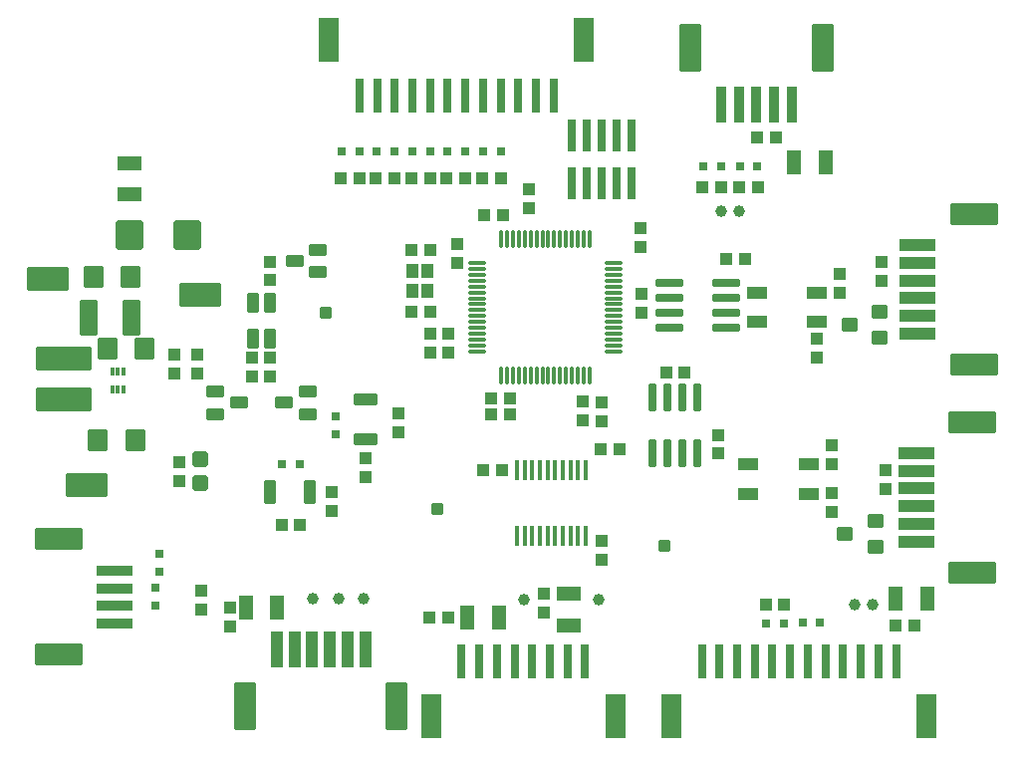
<source format=gtp>
G04*
G04 #@! TF.GenerationSoftware,Altium Limited,Altium Designer,20.1.14 (287)*
G04*
G04 Layer_Color=8421504*
%FSAX25Y25*%
%MOIN*%
G70*
G04*
G04 #@! TF.SameCoordinates,C681FEE1-0408-4DE3-B8E6-77A2D80871C9*
G04*
G04*
G04 #@! TF.FilePolarity,Positive*
G04*
G01*
G75*
G04:AMPARAMS|DCode=21|XSize=49.21mil|YSize=39.37mil|CornerRadius=2.95mil|HoleSize=0mil|Usage=FLASHONLY|Rotation=90.000|XOffset=0mil|YOffset=0mil|HoleType=Round|Shape=RoundedRectangle|*
%AMROUNDEDRECTD21*
21,1,0.04921,0.03347,0,0,90.0*
21,1,0.04331,0.03937,0,0,90.0*
1,1,0.00591,0.01673,0.02165*
1,1,0.00591,0.01673,-0.02165*
1,1,0.00591,-0.01673,-0.02165*
1,1,0.00591,-0.01673,0.02165*
%
%ADD21ROUNDEDRECTD21*%
G04:AMPARAMS|DCode=22|XSize=68.9mil|YSize=14.96mil|CornerRadius=1.12mil|HoleSize=0mil|Usage=FLASHONLY|Rotation=270.000|XOffset=0mil|YOffset=0mil|HoleType=Round|Shape=RoundedRectangle|*
%AMROUNDEDRECTD22*
21,1,0.06890,0.01272,0,0,270.0*
21,1,0.06665,0.01496,0,0,270.0*
1,1,0.00224,-0.00636,-0.03333*
1,1,0.00224,-0.00636,0.03333*
1,1,0.00224,0.00636,0.03333*
1,1,0.00224,0.00636,-0.03333*
%
%ADD22ROUNDEDRECTD22*%
%ADD23R,0.01221X0.02598*%
%ADD24O,0.01181X0.06299*%
%ADD25O,0.06299X0.01181*%
G04:AMPARAMS|DCode=26|XSize=24.61mil|YSize=93.5mil|CornerRadius=2.46mil|HoleSize=0mil|Usage=FLASHONLY|Rotation=0.000|XOffset=0mil|YOffset=0mil|HoleType=Round|Shape=RoundedRectangle|*
%AMROUNDEDRECTD26*
21,1,0.02461,0.08858,0,0,0.0*
21,1,0.01968,0.09350,0,0,0.0*
1,1,0.00492,0.00984,-0.04429*
1,1,0.00492,-0.00984,-0.04429*
1,1,0.00492,-0.00984,0.04429*
1,1,0.00492,0.00984,0.04429*
%
%ADD26ROUNDEDRECTD26*%
G04:AMPARAMS|DCode=27|XSize=24.61mil|YSize=93.5mil|CornerRadius=2.46mil|HoleSize=0mil|Usage=FLASHONLY|Rotation=90.000|XOffset=0mil|YOffset=0mil|HoleType=Round|Shape=RoundedRectangle|*
%AMROUNDEDRECTD27*
21,1,0.02461,0.08858,0,0,90.0*
21,1,0.01968,0.09350,0,0,90.0*
1,1,0.00492,0.04429,0.00984*
1,1,0.00492,0.04429,-0.00984*
1,1,0.00492,-0.04429,-0.00984*
1,1,0.00492,-0.04429,0.00984*
%
%ADD27ROUNDEDRECTD27*%
%ADD28C,0.03937*%
G04:AMPARAMS|DCode=29|XSize=39.37mil|YSize=39.37mil|CornerRadius=3.94mil|HoleSize=0mil|Usage=FLASHONLY|Rotation=90.000|XOffset=0mil|YOffset=0mil|HoleType=Round|Shape=RoundedRectangle|*
%AMROUNDEDRECTD29*
21,1,0.03937,0.03150,0,0,90.0*
21,1,0.03150,0.03937,0,0,90.0*
1,1,0.00787,0.01575,0.01575*
1,1,0.00787,0.01575,-0.01575*
1,1,0.00787,-0.01575,-0.01575*
1,1,0.00787,-0.01575,0.01575*
%
%ADD29ROUNDEDRECTD29*%
G04:AMPARAMS|DCode=30|XSize=141.73mil|YSize=78.74mil|CornerRadius=5.91mil|HoleSize=0mil|Usage=FLASHONLY|Rotation=0.000|XOffset=0mil|YOffset=0mil|HoleType=Round|Shape=RoundedRectangle|*
%AMROUNDEDRECTD30*
21,1,0.14173,0.06693,0,0,0.0*
21,1,0.12992,0.07874,0,0,0.0*
1,1,0.01181,0.06496,-0.03347*
1,1,0.01181,-0.06496,-0.03347*
1,1,0.01181,-0.06496,0.03347*
1,1,0.01181,0.06496,0.03347*
%
%ADD30ROUNDEDRECTD30*%
G04:AMPARAMS|DCode=31|XSize=39.37mil|YSize=78.74mil|CornerRadius=2.95mil|HoleSize=0mil|Usage=FLASHONLY|Rotation=270.000|XOffset=0mil|YOffset=0mil|HoleType=Round|Shape=RoundedRectangle|*
%AMROUNDEDRECTD31*
21,1,0.03937,0.07284,0,0,270.0*
21,1,0.03347,0.07874,0,0,270.0*
1,1,0.00591,-0.03642,-0.01673*
1,1,0.00591,-0.03642,0.01673*
1,1,0.00591,0.03642,0.01673*
1,1,0.00591,0.03642,-0.01673*
%
%ADD31ROUNDEDRECTD31*%
G04:AMPARAMS|DCode=32|XSize=39.37mil|YSize=78.74mil|CornerRadius=2.95mil|HoleSize=0mil|Usage=FLASHONLY|Rotation=180.000|XOffset=0mil|YOffset=0mil|HoleType=Round|Shape=RoundedRectangle|*
%AMROUNDEDRECTD32*
21,1,0.03937,0.07284,0,0,180.0*
21,1,0.03347,0.07874,0,0,180.0*
1,1,0.00591,-0.01673,0.03642*
1,1,0.00591,0.01673,0.03642*
1,1,0.00591,0.01673,-0.03642*
1,1,0.00591,-0.01673,-0.03642*
%
%ADD32ROUNDEDRECTD32*%
G04:AMPARAMS|DCode=33|XSize=43.31mil|YSize=39.37mil|CornerRadius=2.95mil|HoleSize=0mil|Usage=FLASHONLY|Rotation=180.000|XOffset=0mil|YOffset=0mil|HoleType=Round|Shape=RoundedRectangle|*
%AMROUNDEDRECTD33*
21,1,0.04331,0.03347,0,0,180.0*
21,1,0.03740,0.03937,0,0,180.0*
1,1,0.00591,-0.01870,0.01673*
1,1,0.00591,0.01870,0.01673*
1,1,0.00591,0.01870,-0.01673*
1,1,0.00591,-0.01870,-0.01673*
%
%ADD33ROUNDEDRECTD33*%
G04:AMPARAMS|DCode=34|XSize=43.31mil|YSize=39.37mil|CornerRadius=2.95mil|HoleSize=0mil|Usage=FLASHONLY|Rotation=90.000|XOffset=0mil|YOffset=0mil|HoleType=Round|Shape=RoundedRectangle|*
%AMROUNDEDRECTD34*
21,1,0.04331,0.03347,0,0,90.0*
21,1,0.03740,0.03937,0,0,90.0*
1,1,0.00591,0.01673,0.01870*
1,1,0.00591,0.01673,-0.01870*
1,1,0.00591,-0.01673,-0.01870*
1,1,0.00591,-0.01673,0.01870*
%
%ADD34ROUNDEDRECTD34*%
G04:AMPARAMS|DCode=35|XSize=39.37mil|YSize=59.06mil|CornerRadius=3.94mil|HoleSize=0mil|Usage=FLASHONLY|Rotation=90.000|XOffset=0mil|YOffset=0mil|HoleType=Round|Shape=RoundedRectangle|*
%AMROUNDEDRECTD35*
21,1,0.03937,0.05118,0,0,90.0*
21,1,0.03150,0.05906,0,0,90.0*
1,1,0.00787,0.02559,0.01575*
1,1,0.00787,0.02559,-0.01575*
1,1,0.00787,-0.02559,-0.01575*
1,1,0.00787,-0.02559,0.01575*
%
%ADD35ROUNDEDRECTD35*%
G04:AMPARAMS|DCode=36|XSize=80.71mil|YSize=185.04mil|CornerRadius=6.05mil|HoleSize=0mil|Usage=FLASHONLY|Rotation=90.000|XOffset=0mil|YOffset=0mil|HoleType=Round|Shape=RoundedRectangle|*
%AMROUNDEDRECTD36*
21,1,0.08071,0.17293,0,0,90.0*
21,1,0.06860,0.18504,0,0,90.0*
1,1,0.01211,0.08647,0.03430*
1,1,0.01211,0.08647,-0.03430*
1,1,0.01211,-0.08647,-0.03430*
1,1,0.01211,-0.08647,0.03430*
%
%ADD36ROUNDEDRECTD36*%
%ADD37R,0.02900X0.11000*%
%ADD38R,0.07087X0.14961*%
%ADD39R,0.03150X0.11417*%
G04:AMPARAMS|DCode=40|XSize=39.37mil|YSize=122.05mil|CornerRadius=2.95mil|HoleSize=0mil|Usage=FLASHONLY|Rotation=270.000|XOffset=0mil|YOffset=0mil|HoleType=Round|Shape=RoundedRectangle|*
%AMROUNDEDRECTD40*
21,1,0.03937,0.11614,0,0,270.0*
21,1,0.03347,0.12205,0,0,270.0*
1,1,0.00591,-0.05807,-0.01673*
1,1,0.00591,-0.05807,0.01673*
1,1,0.00591,0.05807,0.01673*
1,1,0.00591,0.05807,-0.01673*
%
%ADD40ROUNDEDRECTD40*%
G04:AMPARAMS|DCode=41|XSize=74.8mil|YSize=157.48mil|CornerRadius=5.61mil|HoleSize=0mil|Usage=FLASHONLY|Rotation=270.000|XOffset=0mil|YOffset=0mil|HoleType=Round|Shape=RoundedRectangle|*
%AMROUNDEDRECTD41*
21,1,0.07480,0.14626,0,0,270.0*
21,1,0.06358,0.15748,0,0,270.0*
1,1,0.01122,-0.07313,-0.03179*
1,1,0.01122,-0.07313,0.03179*
1,1,0.01122,0.07313,0.03179*
1,1,0.01122,0.07313,-0.03179*
%
%ADD41ROUNDEDRECTD41*%
G04:AMPARAMS|DCode=42|XSize=35.43mil|YSize=118.11mil|CornerRadius=2.66mil|HoleSize=0mil|Usage=FLASHONLY|Rotation=90.000|XOffset=0mil|YOffset=0mil|HoleType=Round|Shape=RoundedRectangle|*
%AMROUNDEDRECTD42*
21,1,0.03543,0.11280,0,0,90.0*
21,1,0.03012,0.11811,0,0,90.0*
1,1,0.00532,0.05640,0.01506*
1,1,0.00532,0.05640,-0.01506*
1,1,0.00532,-0.05640,-0.01506*
1,1,0.00532,-0.05640,0.01506*
%
%ADD42ROUNDEDRECTD42*%
G04:AMPARAMS|DCode=43|XSize=35.43mil|YSize=118.11mil|CornerRadius=2.66mil|HoleSize=0mil|Usage=FLASHONLY|Rotation=0.000|XOffset=0mil|YOffset=0mil|HoleType=Round|Shape=RoundedRectangle|*
%AMROUNDEDRECTD43*
21,1,0.03543,0.11280,0,0,0.0*
21,1,0.03012,0.11811,0,0,0.0*
1,1,0.00532,0.01506,-0.05640*
1,1,0.00532,-0.01506,-0.05640*
1,1,0.00532,-0.01506,0.05640*
1,1,0.00532,0.01506,0.05640*
%
%ADD43ROUNDEDRECTD43*%
G04:AMPARAMS|DCode=44|XSize=74.8mil|YSize=157.48mil|CornerRadius=5.61mil|HoleSize=0mil|Usage=FLASHONLY|Rotation=0.000|XOffset=0mil|YOffset=0mil|HoleType=Round|Shape=RoundedRectangle|*
%AMROUNDEDRECTD44*
21,1,0.07480,0.14626,0,0,0.0*
21,1,0.06358,0.15748,0,0,0.0*
1,1,0.01122,0.03179,-0.07313*
1,1,0.01122,-0.03179,-0.07313*
1,1,0.01122,-0.03179,0.07313*
1,1,0.01122,0.03179,0.07313*
%
%ADD44ROUNDEDRECTD44*%
G04:AMPARAMS|DCode=45|XSize=39.37mil|YSize=122.05mil|CornerRadius=2.95mil|HoleSize=0mil|Usage=FLASHONLY|Rotation=180.000|XOffset=0mil|YOffset=0mil|HoleType=Round|Shape=RoundedRectangle|*
%AMROUNDEDRECTD45*
21,1,0.03937,0.11614,0,0,180.0*
21,1,0.03347,0.12205,0,0,180.0*
1,1,0.00591,-0.01673,0.05807*
1,1,0.00591,0.01673,0.05807*
1,1,0.00591,0.01673,-0.05807*
1,1,0.00591,-0.01673,-0.05807*
%
%ADD45ROUNDEDRECTD45*%
%ADD46R,0.08000X0.04500*%
%ADD47R,0.04500X0.08000*%
G04:AMPARAMS|DCode=48|XSize=27.56mil|YSize=23.62mil|CornerRadius=1.77mil|HoleSize=0mil|Usage=FLASHONLY|Rotation=270.000|XOffset=0mil|YOffset=0mil|HoleType=Round|Shape=RoundedRectangle|*
%AMROUNDEDRECTD48*
21,1,0.02756,0.02008,0,0,270.0*
21,1,0.02402,0.02362,0,0,270.0*
1,1,0.00354,-0.01004,-0.01201*
1,1,0.00354,-0.01004,0.01201*
1,1,0.00354,0.01004,0.01201*
1,1,0.00354,0.01004,-0.01201*
%
%ADD48ROUNDEDRECTD48*%
G04:AMPARAMS|DCode=49|XSize=27.56mil|YSize=23.62mil|CornerRadius=1.77mil|HoleSize=0mil|Usage=FLASHONLY|Rotation=0.000|XOffset=0mil|YOffset=0mil|HoleType=Round|Shape=RoundedRectangle|*
%AMROUNDEDRECTD49*
21,1,0.02756,0.02008,0,0,0.0*
21,1,0.02402,0.02362,0,0,0.0*
1,1,0.00354,0.01201,-0.01004*
1,1,0.00354,-0.01201,-0.01004*
1,1,0.00354,-0.01201,0.01004*
1,1,0.00354,0.01201,0.01004*
%
%ADD49ROUNDEDRECTD49*%
G04:AMPARAMS|DCode=50|XSize=90.55mil|YSize=98.43mil|CornerRadius=6.79mil|HoleSize=0mil|Usage=FLASHONLY|Rotation=0.000|XOffset=0mil|YOffset=0mil|HoleType=Round|Shape=RoundedRectangle|*
%AMROUNDEDRECTD50*
21,1,0.09055,0.08484,0,0,0.0*
21,1,0.07697,0.09843,0,0,0.0*
1,1,0.01358,0.03848,-0.04242*
1,1,0.01358,-0.03848,-0.04242*
1,1,0.01358,-0.03848,0.04242*
1,1,0.01358,0.03848,0.04242*
%
%ADD50ROUNDEDRECTD50*%
G04:AMPARAMS|DCode=51|XSize=51.18mil|YSize=51.18mil|CornerRadius=5.12mil|HoleSize=0mil|Usage=FLASHONLY|Rotation=270.000|XOffset=0mil|YOffset=0mil|HoleType=Round|Shape=RoundedRectangle|*
%AMROUNDEDRECTD51*
21,1,0.05118,0.04095,0,0,270.0*
21,1,0.04095,0.05118,0,0,270.0*
1,1,0.01024,-0.02047,-0.02047*
1,1,0.01024,-0.02047,0.02047*
1,1,0.01024,0.02047,0.02047*
1,1,0.01024,0.02047,-0.02047*
%
%ADD51ROUNDEDRECTD51*%
G04:AMPARAMS|DCode=52|XSize=39.37mil|YSize=66.93mil|CornerRadius=3.94mil|HoleSize=0mil|Usage=FLASHONLY|Rotation=180.000|XOffset=0mil|YOffset=0mil|HoleType=Round|Shape=RoundedRectangle|*
%AMROUNDEDRECTD52*
21,1,0.03937,0.05906,0,0,180.0*
21,1,0.03150,0.06693,0,0,180.0*
1,1,0.00787,-0.01575,0.02953*
1,1,0.00787,0.01575,0.02953*
1,1,0.00787,0.01575,-0.02953*
1,1,0.00787,-0.01575,-0.02953*
%
%ADD52ROUNDEDRECTD52*%
G04:AMPARAMS|DCode=53|XSize=47.24mil|YSize=55.12mil|CornerRadius=4.72mil|HoleSize=0mil|Usage=FLASHONLY|Rotation=270.000|XOffset=0mil|YOffset=0mil|HoleType=Round|Shape=RoundedRectangle|*
%AMROUNDEDRECTD53*
21,1,0.04724,0.04567,0,0,270.0*
21,1,0.03780,0.05512,0,0,270.0*
1,1,0.00945,-0.02284,-0.01890*
1,1,0.00945,-0.02284,0.01890*
1,1,0.00945,0.02284,0.01890*
1,1,0.00945,0.02284,-0.01890*
%
%ADD53ROUNDEDRECTD53*%
G04:AMPARAMS|DCode=54|XSize=68.9mil|YSize=39.37mil|CornerRadius=3.94mil|HoleSize=0mil|Usage=FLASHONLY|Rotation=0.000|XOffset=0mil|YOffset=0mil|HoleType=Round|Shape=RoundedRectangle|*
%AMROUNDEDRECTD54*
21,1,0.06890,0.03150,0,0,0.0*
21,1,0.06102,0.03937,0,0,0.0*
1,1,0.00787,0.03051,-0.01575*
1,1,0.00787,-0.03051,-0.01575*
1,1,0.00787,-0.03051,0.01575*
1,1,0.00787,0.03051,0.01575*
%
%ADD54ROUNDEDRECTD54*%
G04:AMPARAMS|DCode=55|XSize=43.31mil|YSize=39.37mil|CornerRadius=3.94mil|HoleSize=0mil|Usage=FLASHONLY|Rotation=270.000|XOffset=0mil|YOffset=0mil|HoleType=Round|Shape=RoundedRectangle|*
%AMROUNDEDRECTD55*
21,1,0.04331,0.03150,0,0,270.0*
21,1,0.03543,0.03937,0,0,270.0*
1,1,0.00787,-0.01575,-0.01772*
1,1,0.00787,-0.01575,0.01772*
1,1,0.00787,0.01575,0.01772*
1,1,0.00787,0.01575,-0.01772*
%
%ADD55ROUNDEDRECTD55*%
G04:AMPARAMS|DCode=56|XSize=43.31mil|YSize=39.37mil|CornerRadius=3.94mil|HoleSize=0mil|Usage=FLASHONLY|Rotation=180.000|XOffset=0mil|YOffset=0mil|HoleType=Round|Shape=RoundedRectangle|*
%AMROUNDEDRECTD56*
21,1,0.04331,0.03150,0,0,180.0*
21,1,0.03543,0.03937,0,0,180.0*
1,1,0.00787,-0.01772,0.01575*
1,1,0.00787,0.01772,0.01575*
1,1,0.00787,0.01772,-0.01575*
1,1,0.00787,-0.01772,-0.01575*
%
%ADD56ROUNDEDRECTD56*%
G04:AMPARAMS|DCode=57|XSize=74.8mil|YSize=68.9mil|CornerRadius=6.89mil|HoleSize=0mil|Usage=FLASHONLY|Rotation=270.000|XOffset=0mil|YOffset=0mil|HoleType=Round|Shape=RoundedRectangle|*
%AMROUNDEDRECTD57*
21,1,0.07480,0.05512,0,0,270.0*
21,1,0.06102,0.06890,0,0,270.0*
1,1,0.01378,-0.02756,-0.03051*
1,1,0.01378,-0.02756,0.03051*
1,1,0.01378,0.02756,0.03051*
1,1,0.01378,0.02756,-0.03051*
%
%ADD57ROUNDEDRECTD57*%
G04:AMPARAMS|DCode=58|XSize=62.99mil|YSize=118.11mil|CornerRadius=4.72mil|HoleSize=0mil|Usage=FLASHONLY|Rotation=180.000|XOffset=0mil|YOffset=0mil|HoleType=Round|Shape=RoundedRectangle|*
%AMROUNDEDRECTD58*
21,1,0.06299,0.10866,0,0,180.0*
21,1,0.05354,0.11811,0,0,180.0*
1,1,0.00945,-0.02677,0.05433*
1,1,0.00945,0.02677,0.05433*
1,1,0.00945,0.02677,-0.05433*
1,1,0.00945,-0.02677,-0.05433*
%
%ADD58ROUNDEDRECTD58*%
D21*
X0118500Y0138828D02*
D03*
X0123618D02*
D03*
Y0145521D02*
D03*
X0118500D02*
D03*
D22*
X0176516Y0056900D02*
D03*
X0173957D02*
D03*
X0171398D02*
D03*
X0168839D02*
D03*
X0166279D02*
D03*
X0163721D02*
D03*
X0161161D02*
D03*
X0158602D02*
D03*
X0156043D02*
D03*
X0153484D02*
D03*
X0153484Y0079100D02*
D03*
X0156043D02*
D03*
X0158602D02*
D03*
X0161161D02*
D03*
X0163721D02*
D03*
X0166279D02*
D03*
X0168839D02*
D03*
X0171398D02*
D03*
X0173957D02*
D03*
X0176516D02*
D03*
D23*
X0021969Y0106127D02*
D03*
X0020000D02*
D03*
X0018032D02*
D03*
Y0111915D02*
D03*
X0020000D02*
D03*
X0021969D02*
D03*
D24*
X0148236Y0156355D02*
D03*
X0150205D02*
D03*
X0152173D02*
D03*
X0154142D02*
D03*
X0156110D02*
D03*
X0158079D02*
D03*
X0160047D02*
D03*
X0162016D02*
D03*
X0163984D02*
D03*
X0165953D02*
D03*
X0167921D02*
D03*
X0169890D02*
D03*
X0171858D02*
D03*
X0173827D02*
D03*
X0175795D02*
D03*
X0177764D02*
D03*
Y0110686D02*
D03*
X0175795D02*
D03*
X0173827D02*
D03*
X0171858D02*
D03*
X0169890D02*
D03*
X0167921D02*
D03*
X0165953D02*
D03*
X0163984D02*
D03*
X0162016D02*
D03*
X0160047D02*
D03*
X0158079D02*
D03*
X0156110D02*
D03*
X0154142D02*
D03*
X0152173D02*
D03*
X0150205D02*
D03*
X0148236D02*
D03*
D25*
X0185835Y0148285D02*
D03*
Y0146316D02*
D03*
Y0144348D02*
D03*
Y0142379D02*
D03*
Y0140411D02*
D03*
Y0138442D02*
D03*
Y0136474D02*
D03*
Y0134505D02*
D03*
Y0132537D02*
D03*
Y0130568D02*
D03*
Y0128600D02*
D03*
Y0126631D02*
D03*
Y0124662D02*
D03*
Y0122694D02*
D03*
Y0120726D02*
D03*
Y0118757D02*
D03*
X0140165D02*
D03*
Y0120726D02*
D03*
Y0122694D02*
D03*
Y0124662D02*
D03*
Y0126631D02*
D03*
Y0128600D02*
D03*
Y0130568D02*
D03*
Y0132537D02*
D03*
Y0134505D02*
D03*
Y0136474D02*
D03*
Y0138442D02*
D03*
Y0140411D02*
D03*
Y0142379D02*
D03*
Y0144348D02*
D03*
Y0146316D02*
D03*
Y0148285D02*
D03*
D26*
X0214000Y0103449D02*
D03*
X0209000D02*
D03*
X0204000D02*
D03*
X0199000D02*
D03*
X0214000Y0084551D02*
D03*
X0209000D02*
D03*
X0204000D02*
D03*
X0199000D02*
D03*
D27*
X0204572Y0141500D02*
D03*
Y0136500D02*
D03*
Y0131500D02*
D03*
Y0126500D02*
D03*
X0223470Y0141500D02*
D03*
Y0136500D02*
D03*
Y0131500D02*
D03*
Y0126500D02*
D03*
D28*
X0085250Y0036000D02*
D03*
X0093750Y0036021D02*
D03*
X0102250Y0036000D02*
D03*
X0156000Y0035500D02*
D03*
X0181000D02*
D03*
X0272500Y0034000D02*
D03*
X0266500D02*
D03*
X0221847Y0165500D02*
D03*
X0227979D02*
D03*
D29*
X0089500Y0131500D02*
D03*
X0127000Y0066000D02*
D03*
X0203000Y0053750D02*
D03*
D30*
X0047500Y0137500D02*
D03*
X0009500Y0074000D02*
D03*
X-0003500Y0143000D02*
D03*
D31*
X0103000Y0089328D02*
D03*
Y0102714D02*
D03*
D32*
X0070807Y0071521D02*
D03*
X0084193D02*
D03*
D33*
X0276700Y0078900D02*
D03*
Y0072601D02*
D03*
X0275459Y0148500D02*
D03*
Y0142201D02*
D03*
X0039000Y0117500D02*
D03*
Y0111201D02*
D03*
X0046500D02*
D03*
Y0117500D02*
D03*
X0040500Y0081521D02*
D03*
Y0075222D02*
D03*
X0103000Y0076722D02*
D03*
Y0083021D02*
D03*
X0091500Y0065201D02*
D03*
Y0071500D02*
D03*
X0157500Y0173000D02*
D03*
Y0166701D02*
D03*
X0071000Y0110222D02*
D03*
Y0116521D02*
D03*
Y0142500D02*
D03*
Y0148799D02*
D03*
X0065000Y0110222D02*
D03*
Y0116521D02*
D03*
X0048000Y0038521D02*
D03*
Y0032222D02*
D03*
X0221000Y0084500D02*
D03*
Y0090799D02*
D03*
D34*
X0148500Y0079000D02*
D03*
X0142201D02*
D03*
X0141951Y0176500D02*
D03*
X0148250D02*
D03*
X0129951D02*
D03*
X0136250D02*
D03*
X0118201D02*
D03*
X0124500D02*
D03*
X0106201Y0176521D02*
D03*
X0112500D02*
D03*
X0094451Y0176500D02*
D03*
X0100750D02*
D03*
X0243000Y0034000D02*
D03*
X0236701D02*
D03*
X0215547Y0173500D02*
D03*
X0221847D02*
D03*
X0234278D02*
D03*
X0227979D02*
D03*
X0223451Y0149500D02*
D03*
X0229750D02*
D03*
D35*
X0083374Y0097760D02*
D03*
Y0105240D02*
D03*
X0075500Y0101500D02*
D03*
X0086937Y0145260D02*
D03*
Y0152740D02*
D03*
X0079063Y0149000D02*
D03*
X0052563Y0105261D02*
D03*
Y0097781D02*
D03*
X0060437Y0101521D02*
D03*
D36*
X0002000Y0116193D02*
D03*
Y0102807D02*
D03*
D37*
X0192000Y0191000D02*
D03*
Y0175000D02*
D03*
X0187000Y0191000D02*
D03*
Y0175000D02*
D03*
X0182000Y0191000D02*
D03*
Y0175000D02*
D03*
X0177000Y0191000D02*
D03*
Y0175000D02*
D03*
X0172000Y0191000D02*
D03*
Y0175000D02*
D03*
D38*
X0176000Y0222900D02*
D03*
X0090567D02*
D03*
X0205142Y-0003504D02*
D03*
X0290575D02*
D03*
X0124736D02*
D03*
X0186547D02*
D03*
D39*
X0100803Y0204396D02*
D03*
X0106709D02*
D03*
X0112614D02*
D03*
X0118520D02*
D03*
X0124425D02*
D03*
X0130331D02*
D03*
X0136236D02*
D03*
X0153953D02*
D03*
X0142142D02*
D03*
X0148047D02*
D03*
X0159858D02*
D03*
X0165764D02*
D03*
X0280339Y0015000D02*
D03*
X0274433D02*
D03*
X0268528D02*
D03*
X0262622D02*
D03*
X0256716D02*
D03*
X0250811D02*
D03*
X0244905D02*
D03*
X0227189D02*
D03*
X0239000D02*
D03*
X0233095D02*
D03*
X0221284D02*
D03*
X0215378D02*
D03*
X0176311D02*
D03*
X0170405D02*
D03*
X0164500D02*
D03*
X0158595D02*
D03*
X0152689D02*
D03*
X0146783D02*
D03*
X0140878D02*
D03*
X0134972D02*
D03*
D40*
X0287024Y0055138D02*
D03*
Y0066949D02*
D03*
Y0084665D02*
D03*
Y0078760D02*
D03*
Y0061043D02*
D03*
Y0072854D02*
D03*
X0287500Y0124689D02*
D03*
Y0136500D02*
D03*
Y0154217D02*
D03*
Y0148311D02*
D03*
Y0130595D02*
D03*
Y0142405D02*
D03*
D41*
X0306000Y0044606D02*
D03*
Y0095000D02*
D03*
X0306475Y0114157D02*
D03*
Y0164551D02*
D03*
X0000025Y0017260D02*
D03*
Y0055843D02*
D03*
D42*
X0019000Y0045311D02*
D03*
Y0027595D02*
D03*
Y0033500D02*
D03*
Y0039406D02*
D03*
D43*
X0239563Y0201325D02*
D03*
X0221847D02*
D03*
X0227752D02*
D03*
X0245468D02*
D03*
X0233658D02*
D03*
D44*
X0211512Y0220300D02*
D03*
X0256000D02*
D03*
X0062657Y0000025D02*
D03*
X0113051D02*
D03*
D45*
X0073189Y0019000D02*
D03*
X0085000D02*
D03*
X0102717D02*
D03*
X0096811D02*
D03*
X0079094D02*
D03*
X0090905D02*
D03*
D46*
X0024000Y0171250D02*
D03*
Y0181750D02*
D03*
X0171000Y0027000D02*
D03*
Y0037500D02*
D03*
D47*
X0290701Y0036000D02*
D03*
X0280201D02*
D03*
X0147500Y0029521D02*
D03*
X0137000D02*
D03*
X0256750Y0182000D02*
D03*
X0246250D02*
D03*
X0062750Y0033000D02*
D03*
X0073250D02*
D03*
D48*
X0093000Y0091037D02*
D03*
Y0097021D02*
D03*
X0032500Y0039484D02*
D03*
Y0033500D02*
D03*
X0033968Y0045016D02*
D03*
Y0051000D02*
D03*
D49*
X0080984Y0081021D02*
D03*
X0075000D02*
D03*
X0148250Y0185500D02*
D03*
X0142266D02*
D03*
X0136250D02*
D03*
X0130266D02*
D03*
X0124484D02*
D03*
X0118500D02*
D03*
X0112484D02*
D03*
X0106500D02*
D03*
X0100734D02*
D03*
X0094750D02*
D03*
X0249016Y0028000D02*
D03*
X0255000D02*
D03*
X0242984Y0027500D02*
D03*
X0237000D02*
D03*
X0221847Y0180500D02*
D03*
X0215862D02*
D03*
X0228016D02*
D03*
X0234000D02*
D03*
D50*
X0023854Y0157500D02*
D03*
X0043146D02*
D03*
D51*
X0047500Y0082788D02*
D03*
Y0074521D02*
D03*
D52*
X0065047Y0123115D02*
D03*
X0070953D02*
D03*
Y0134926D02*
D03*
X0065047D02*
D03*
D53*
X0263132Y0057500D02*
D03*
X0273368Y0061831D02*
D03*
Y0053169D02*
D03*
X0264682Y0127700D02*
D03*
X0274918Y0132031D02*
D03*
Y0123369D02*
D03*
D54*
X0230961Y0071079D02*
D03*
X0251039D02*
D03*
Y0080921D02*
D03*
X0230961D02*
D03*
X0233921Y0128500D02*
D03*
X0254000D02*
D03*
Y0138342D02*
D03*
X0233921D02*
D03*
D55*
X0286500Y0027000D02*
D03*
X0280201D02*
D03*
X0124201Y0029500D02*
D03*
X0130500D02*
D03*
X0240150Y0190250D02*
D03*
X0233850D02*
D03*
X0187799Y0086000D02*
D03*
X0181500D02*
D03*
X0144850Y0103000D02*
D03*
X0151150D02*
D03*
X0144850Y0097500D02*
D03*
X0151150D02*
D03*
X0148682Y0164182D02*
D03*
X0142383D02*
D03*
X0074685Y0060500D02*
D03*
X0080984D02*
D03*
X0124500Y0152521D02*
D03*
X0118201D02*
D03*
Y0132021D02*
D03*
X0124500D02*
D03*
X0203350Y0111500D02*
D03*
X0209650D02*
D03*
D56*
X0162500Y0031201D02*
D03*
Y0037500D02*
D03*
X0057500Y0026701D02*
D03*
Y0033000D02*
D03*
X0182000Y0055299D02*
D03*
Y0049000D02*
D03*
X0130500Y0124650D02*
D03*
Y0118350D02*
D03*
X0182000Y0095451D02*
D03*
Y0101750D02*
D03*
X0194750Y0159906D02*
D03*
Y0153607D02*
D03*
X0113750Y0097900D02*
D03*
Y0091600D02*
D03*
X0124500Y0124650D02*
D03*
Y0118350D02*
D03*
X0133500Y0154650D02*
D03*
Y0148350D02*
D03*
X0175500Y0095521D02*
D03*
Y0101820D02*
D03*
X0258700Y0087250D02*
D03*
Y0080950D02*
D03*
Y0064850D02*
D03*
Y0071150D02*
D03*
X0261400Y0144650D02*
D03*
Y0138350D02*
D03*
X0254000Y0116750D02*
D03*
Y0123050D02*
D03*
X0195250Y0131701D02*
D03*
Y0138000D02*
D03*
D57*
X0024299Y0143500D02*
D03*
X0011701D02*
D03*
X0029000Y0119500D02*
D03*
X0016402D02*
D03*
X0025799Y0089000D02*
D03*
X0013201D02*
D03*
D58*
X0024500Y0130000D02*
D03*
X0010327D02*
D03*
M02*

</source>
